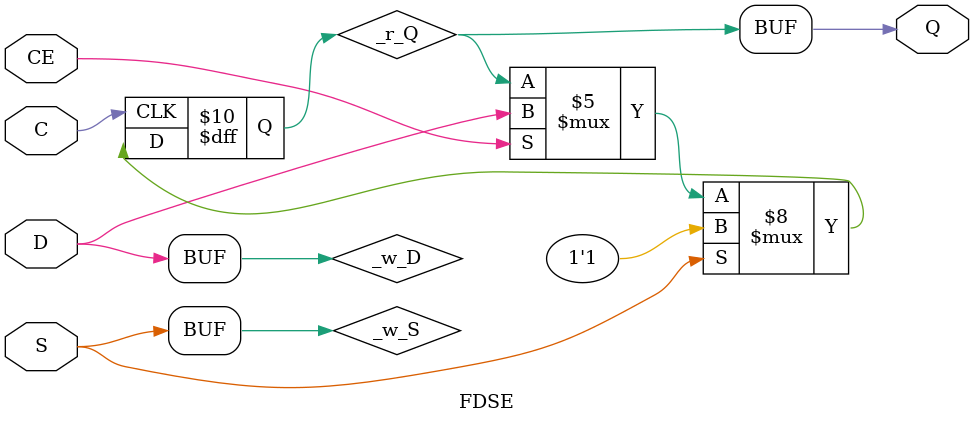
<source format=v>
`timescale  1 ps / 1 ps

module FDSE
#(
    parameter [0:0] IS_C_INVERTED = 1'b0,
    parameter [0:0] IS_D_INVERTED = 1'b0,
    parameter [0:0] IS_S_INVERTED = 1'b0,
    parameter [0:0] INIT          = 1'b1
)
(
    // Clock
    input  wire C,
    // Clock enable
    input  wire CE,
    // Synchronous set
    input  wire S,
    // Data in
    input  wire D,
    // Data out
    output wire Q
);
    reg _r_Q;

    wire _w_D = D ^ IS_D_INVERTED;
    wire _w_S = S ^ IS_S_INVERTED;
    
    initial begin : INIT_STATE
        _r_Q = INIT[0];
    end

    generate
        if (IS_C_INVERTED) begin : GEN_CLK_NEG
            always @(negedge C) begin
            
                if (_w_S) begin
                    _r_Q <= 1'b1;
                end
                else if (CE) begin
                    _r_Q <= _w_D;
                end
            end
        end
        else begin : GEN_CLK_POS
            always @(posedge C) begin
            
                if (_w_S) begin
                    _r_Q <= 1'b1;
                end
                else if (CE) begin
                    _r_Q <= _w_D;
                end
            end
        end
    endgenerate
    
    assign Q = _r_Q;
    
endmodule

</source>
